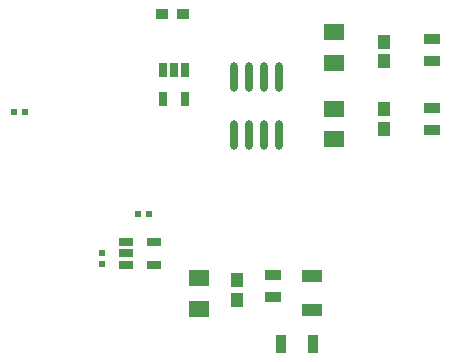
<source format=gtp>
G04*
G04 #@! TF.GenerationSoftware,Altium Limited,Altium Designer,24.6.1 (21)*
G04*
G04 Layer_Color=8421504*
%FSLAX44Y44*%
%MOMM*%
G71*
G04*
G04 #@! TF.SameCoordinates,4D0109AF-B27D-4A28-B854-C6E4DC42B7D3*
G04*
G04*
G04 #@! TF.FilePolarity,Positive*
G04*
G01*
G75*
%ADD13R,1.8000X1.4000*%
%ADD14R,1.0000X0.9000*%
%ADD15R,0.5665X0.5725*%
%ADD16R,1.0121X1.1587*%
%ADD17R,0.8581X1.5621*%
%ADD18R,1.6621X1.0581*%
%ADD19R,1.4000X0.9500*%
%ADD20R,0.7000X1.3000*%
%ADD21O,0.7000X2.5000*%
%ADD22R,0.5725X0.5665*%
%ADD23R,1.3000X0.7000*%
D13*
X398780Y353360D02*
D03*
Y327360D02*
D03*
Y262290D02*
D03*
Y288290D02*
D03*
X284480Y144780D02*
D03*
Y118780D02*
D03*
D14*
X270620Y368300D02*
D03*
X252620D02*
D03*
D15*
X136610Y285750D02*
D03*
X127550D02*
D03*
X232410Y199390D02*
D03*
X241470D02*
D03*
D16*
X440690Y328283D02*
D03*
Y344817D02*
D03*
Y287667D02*
D03*
Y271133D02*
D03*
X316230Y126353D02*
D03*
Y142887D02*
D03*
D17*
X353760Y88900D02*
D03*
X380300D02*
D03*
D18*
X379730Y117810D02*
D03*
Y146350D02*
D03*
D19*
X481330Y328570D02*
D03*
Y347070D02*
D03*
Y288650D02*
D03*
Y270150D02*
D03*
X346710Y129180D02*
D03*
Y147680D02*
D03*
D20*
X272390Y320610D02*
D03*
X262890D02*
D03*
X253390D02*
D03*
Y296610D02*
D03*
X272390D02*
D03*
D21*
X313690Y266330D02*
D03*
X326390D02*
D03*
X339090D02*
D03*
X351790D02*
D03*
X313690Y315330D02*
D03*
X326390D02*
D03*
X339090D02*
D03*
X351790D02*
D03*
D22*
X201930Y165820D02*
D03*
Y156760D02*
D03*
D23*
X222250Y175210D02*
D03*
Y165710D02*
D03*
Y156210D02*
D03*
X246250D02*
D03*
Y175210D02*
D03*
M02*

</source>
